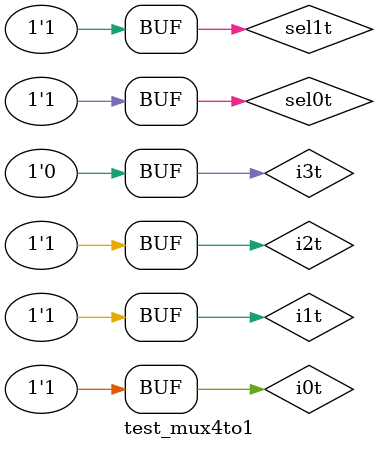
<source format=v>

module mux4to1(sel1, sel0, i0, i1, i2, i3, f);
  input i0, i1, i2, i3, sel1, sel0;
  output f;
  wire w1, w2, w3, w4, nsel1, nsel0;
  
  not(nsel1, sel1);
  not(nsel0, sel0);
  
  and(w1, nsel1, nsel0, i0);
  and(w2, nsel1, sel0, i1);
  and(w3, sel1, nsel0, i2);
  and(w4, sel1, sel0, i3);
  or(f, w1, w2, w3, w4);
  
endmodule

module test_mux4to1;
  reg i0t,  i1t, i2t, i3t, sel1t, sel0t;
  wire q;
  mux4to1 mux(.sel1(sel1t), .sel0(sel0t), .i0(i0t), .i1(i1t), .i2(i2t), .i3(i3t), .f(q));
  initial begin
    $monitor("sel1=%b, sel0=%b, i0=%b, i1=%b, i2=%b, i3=%b => f=%b ", sel1t, sel0t, i0t, i1t, i2t, i3t, q);
    sel1t=1'b0; sel0t=1'b0; i0t=1'b1; i1t=1'b0; i2t=1'b0; i3t=1'b0;
    #10
    sel1t=1'b0; sel0t=1'b1; i0t=1'b0; i1t=1'b1; i2t=1'b0; i3t=1'b0;
    #10
    sel1t=1'b1; sel0t=1'b0; i0t=1'b0; i1t=1'b0; i2t=1'b1; i3t=1'b0;
    #10
    sel1t=1'b1; sel0t=1'b1; i0t=1'b0; i1t=1'b0; i2t=1'b0; i3t=1'b1;
    #10
    
    sel1t=1'b0; sel0t=1'b0; i0t=1'b0; i1t=1'b1; i2t=1'b1; i3t=1'b1;
    #10
    sel1t=1'b0; sel0t=1'b1; i0t=1'b1; i1t=1'b0; i2t=1'b1; i3t=1'b1;
    #10
    sel1t=1'b1; sel0t=1'b0; i0t=1'b1; i1t=1'b1; i2t=1'b0; i3t=1'b1;
    #10
    sel1t=1'b1; sel0t=1'b1; i0t=1'b1; i1t=1'b1; i2t=1'b1; i3t=1'b0;
    
  end
endmodule

</source>
